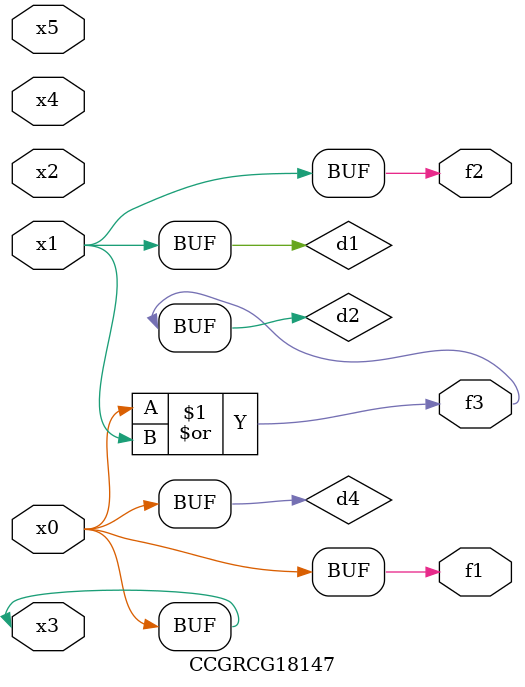
<source format=v>
module CCGRCG18147(
	input x0, x1, x2, x3, x4, x5,
	output f1, f2, f3
);

	wire d1, d2, d3, d4;

	and (d1, x1);
	or (d2, x0, x1);
	nand (d3, x0, x5);
	buf (d4, x0, x3);
	assign f1 = d4;
	assign f2 = d1;
	assign f3 = d2;
endmodule

</source>
